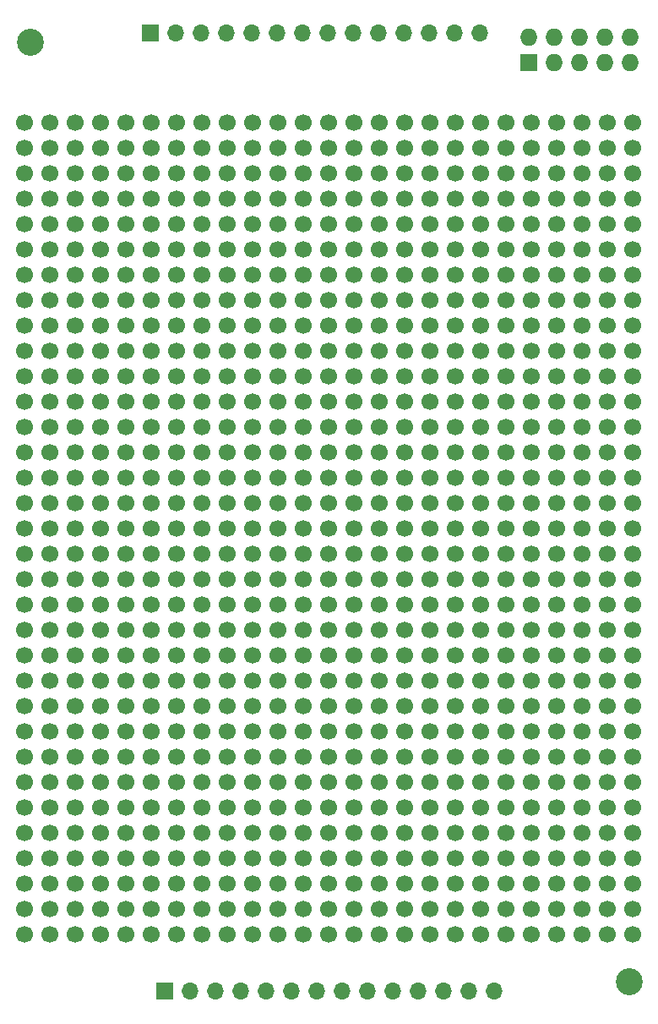
<source format=gbr>
%TF.GenerationSoftware,KiCad,Pcbnew,(6.0.8-1)-1*%
%TF.CreationDate,2023-02-02T10:16:17-05:00*%
%TF.ProjectId,protopcb,70726f74-6f70-4636-922e-6b696361645f,rev?*%
%TF.SameCoordinates,Original*%
%TF.FileFunction,Soldermask,Bot*%
%TF.FilePolarity,Negative*%
%FSLAX46Y46*%
G04 Gerber Fmt 4.6, Leading zero omitted, Abs format (unit mm)*
G04 Created by KiCad (PCBNEW (6.0.8-1)-1) date 2023-02-02 10:16:17*
%MOMM*%
%LPD*%
G01*
G04 APERTURE LIST*
%ADD10R,1.700000X1.700000*%
%ADD11O,1.700000X1.700000*%
%ADD12C,1.700000*%
%ADD13O,1.727200X1.727200*%
%ADD14R,1.727200X1.727200*%
%ADD15C,2.700000*%
G04 APERTURE END LIST*
D10*
%TO.C,REF\u002A\u002A*%
X48500000Y-128975000D03*
D11*
X51040000Y-128975000D03*
X53580000Y-128975000D03*
X56120000Y-128975000D03*
X58660000Y-128975000D03*
X61200000Y-128975000D03*
X63740000Y-128975000D03*
X66280000Y-128975000D03*
X68820000Y-128975000D03*
X71360000Y-128975000D03*
X73900000Y-128975000D03*
X76440000Y-128975000D03*
X78980000Y-128975000D03*
X81520000Y-128975000D03*
%TD*%
D10*
%TO.C,REF\u002A\u002A*%
X47000000Y-33000000D03*
D11*
X49540000Y-33000000D03*
X52080000Y-33000000D03*
X54620000Y-33000000D03*
X57160000Y-33000000D03*
X59700000Y-33000000D03*
X62240000Y-33000000D03*
X64780000Y-33000000D03*
X67320000Y-33000000D03*
X69860000Y-33000000D03*
X72400000Y-33000000D03*
X74940000Y-33000000D03*
X77480000Y-33000000D03*
X80020000Y-33000000D03*
%TD*%
D12*
%TO.C,REF\u002A\u002A566*%
X87720000Y-77590000D03*
%TD*%
%TO.C,REF\u002A\u002A624*%
X72480000Y-97910000D03*
%TD*%
%TO.C,REF\u002A\u002A112*%
X47080000Y-49650000D03*
%TD*%
%TO.C,REF\u002A\u002A374*%
X67400000Y-54730000D03*
%TD*%
%TO.C,REF\u002A\u002A813*%
X39460000Y-54730000D03*
%TD*%
%TO.C,REF\u002A\u002A94*%
X62320000Y-42030000D03*
%TD*%
%TO.C,REF\u002A\u002A586*%
X77560000Y-85210000D03*
%TD*%
%TO.C,REF\u002A\u002A603*%
X80100000Y-90290000D03*
%TD*%
%TO.C,REF\u002A\u002A597*%
X85180000Y-87750000D03*
%TD*%
%TO.C,REF\u002A\u002A54*%
X42000000Y-105530000D03*
%TD*%
%TO.C,REF\u002A\u002A404*%
X67400000Y-92830000D03*
%TD*%
%TO.C,REF\u002A\u002A874*%
X36920000Y-105530000D03*
%TD*%
%TO.C,REF\u002A\u002A247*%
X64860000Y-90290000D03*
%TD*%
%TO.C,REF\u002A\u002A470*%
X87720000Y-47110000D03*
%TD*%
%TO.C,REF\u002A\u002A348*%
X57240000Y-123310000D03*
%TD*%
%TO.C,REF\u002A\u002A393*%
X69940000Y-77590000D03*
%TD*%
%TO.C,REF\u002A\u002A479*%
X90260000Y-49650000D03*
%TD*%
%TO.C,REF\u002A\u002A129*%
X49620000Y-54730000D03*
%TD*%
%TO.C,REF\u002A\u002A692*%
X82640000Y-118230000D03*
%TD*%
%TO.C,REF\u002A\u002A7*%
X44540000Y-44570000D03*
%TD*%
%TO.C,REF\u002A\u002A852*%
X39460000Y-87750000D03*
%TD*%
%TO.C,REF\u002A\u002A755*%
X95340000Y-80130000D03*
%TD*%
%TO.C,REF\u002A\u002A290*%
X52160000Y-105530000D03*
%TD*%
%TO.C,REF\u002A\u002A221*%
X59780000Y-82670000D03*
%TD*%
%TO.C,REF\u002A\u002A340*%
X57240000Y-120770000D03*
%TD*%
%TO.C,REF\u002A\u002A22*%
X42000000Y-64890000D03*
%TD*%
%TO.C,REF\u002A\u002A146*%
X52160000Y-59810000D03*
%TD*%
%TO.C,REF\u002A\u002A103*%
X64860000Y-44570000D03*
%TD*%
%TO.C,REF\u002A\u002A256*%
X47080000Y-95370000D03*
%TD*%
%TO.C,REF\u002A\u002A872*%
X34380000Y-102990000D03*
%TD*%
%TO.C,REF\u002A\u002A672*%
X72480000Y-113150000D03*
%TD*%
%TO.C,REF\u002A\u002A826*%
X36920000Y-64890000D03*
%TD*%
%TO.C,REF\u002A\u002A625*%
X75020000Y-97910000D03*
%TD*%
%TO.C,REF\u002A\u002A600*%
X72480000Y-90290000D03*
%TD*%
%TO.C,REF\u002A\u002A843*%
X39460000Y-80130000D03*
%TD*%
%TO.C,REF\u002A\u002A132*%
X57240000Y-54730000D03*
%TD*%
%TO.C,REF\u002A\u002A151*%
X64860000Y-59810000D03*
%TD*%
%TO.C,REF\u002A\u002A664*%
X72480000Y-110610000D03*
%TD*%
%TO.C,REF\u002A\u002A724*%
X92800000Y-42030000D03*
%TD*%
%TO.C,REF\u002A\u002A840*%
X39460000Y-77590000D03*
%TD*%
%TO.C,REF\u002A\u002A613*%
X85180000Y-92830000D03*
%TD*%
%TO.C,REF\u002A\u002A815*%
X34380000Y-54730000D03*
%TD*%
%TO.C,REF\u002A\u002A427*%
X69940000Y-120770000D03*
%TD*%
%TO.C,REF\u002A\u002A499*%
X80100000Y-57270000D03*
%TD*%
%TO.C,REF\u002A\u002A253*%
X59780000Y-92830000D03*
%TD*%
%TO.C,REF\u002A\u002A315*%
X54700000Y-113150000D03*
%TD*%
%TO.C,REF\u002A\u002A509*%
X85180000Y-59810000D03*
%TD*%
%TO.C,REF\u002A\u002A810*%
X39460000Y-52190000D03*
%TD*%
%TO.C,REF\u002A\u002A91*%
X54700000Y-42030000D03*
%TD*%
%TO.C,REF\u002A\u002A809*%
X34380000Y-49650000D03*
%TD*%
%TO.C,REF\u002A\u002A156*%
X57240000Y-62350000D03*
%TD*%
%TO.C,REF\u002A\u002A35*%
X44540000Y-80130000D03*
%TD*%
%TO.C,REF\u002A\u002A730*%
X92800000Y-49650000D03*
%TD*%
%TO.C,REF\u002A\u002A514*%
X77560000Y-62350000D03*
%TD*%
%TO.C,REF\u002A\u002A411*%
X69940000Y-100450000D03*
%TD*%
%TO.C,REF\u002A\u002A49*%
X44540000Y-97910000D03*
%TD*%
%TO.C,REF\u002A\u002A425*%
X69940000Y-118230000D03*
%TD*%
%TO.C,REF\u002A\u002A473*%
X75020000Y-49650000D03*
%TD*%
%TO.C,REF\u002A\u002A847*%
X36920000Y-82670000D03*
%TD*%
%TO.C,REF\u002A\u002A650*%
X77560000Y-105530000D03*
%TD*%
%TO.C,REF\u002A\u002A131*%
X54700000Y-54730000D03*
%TD*%
%TO.C,REF\u002A\u002A124*%
X57240000Y-52190000D03*
%TD*%
%TO.C,REF\u002A\u002A846*%
X39460000Y-82670000D03*
%TD*%
%TO.C,REF\u002A\u002A816*%
X39460000Y-57270000D03*
%TD*%
%TO.C,REF\u002A\u002A832*%
X36920000Y-69970000D03*
%TD*%
%TO.C,REF\u002A\u002A656*%
X72480000Y-108070000D03*
%TD*%
%TO.C,REF\u002A\u002A5*%
X44540000Y-42030000D03*
%TD*%
%TO.C,REF\u002A\u002A576*%
X72480000Y-82670000D03*
%TD*%
%TO.C,REF\u002A\u002A341*%
X59780000Y-120770000D03*
%TD*%
%TO.C,REF\u002A\u002A136*%
X47080000Y-57270000D03*
%TD*%
%TO.C,REF\u002A\u002A488*%
X72480000Y-54730000D03*
%TD*%
%TO.C,REF\u002A\u002A119*%
X64860000Y-49650000D03*
%TD*%
%TO.C,REF\u002A\u002A465*%
X75020000Y-47110000D03*
%TD*%
%TO.C,REF\u002A\u002A396*%
X67400000Y-82670000D03*
%TD*%
%TO.C,REF\u002A\u002A116*%
X57240000Y-49650000D03*
%TD*%
%TO.C,REF\u002A\u002A334*%
X62320000Y-118230000D03*
%TD*%
%TO.C,REF\u002A\u002A263*%
X64860000Y-95370000D03*
%TD*%
%TO.C,REF\u002A\u002A240*%
X47080000Y-90290000D03*
%TD*%
%TO.C,REF\u002A\u002A674*%
X77560000Y-113150000D03*
%TD*%
%TO.C,REF\u002A\u002A428*%
X67400000Y-123310000D03*
%TD*%
%TO.C,REF\u002A\u002A323*%
X54700000Y-115690000D03*
%TD*%
%TO.C,REF\u002A\u002A410*%
X67400000Y-100450000D03*
%TD*%
%TO.C,REF\u002A\u002A571*%
X80100000Y-80130000D03*
%TD*%
%TO.C,REF\u002A\u002A43*%
X44540000Y-90290000D03*
%TD*%
%TO.C,REF\u002A\u002A420*%
X67400000Y-113150000D03*
%TD*%
%TO.C,REF\u002A\u002A610*%
X77560000Y-92830000D03*
%TD*%
%TO.C,REF\u002A\u002A58*%
X42000000Y-110610000D03*
%TD*%
%TO.C,REF\u002A\u002A314*%
X52160000Y-113150000D03*
%TD*%
%TO.C,REF\u002A\u002A825*%
X39460000Y-64890000D03*
%TD*%
%TO.C,REF\u002A\u002A351*%
X64860000Y-123310000D03*
%TD*%
%TO.C,REF\u002A\u002A848*%
X34380000Y-82670000D03*
%TD*%
%TO.C,REF\u002A\u002A342*%
X62320000Y-120770000D03*
%TD*%
%TO.C,REF\u002A\u002A38*%
X42000000Y-85210000D03*
%TD*%
%TO.C,REF\u002A\u002A413*%
X69940000Y-102990000D03*
%TD*%
%TO.C,REF\u002A\u002A701*%
X85180000Y-120770000D03*
%TD*%
%TO.C,REF\u002A\u002A828*%
X39460000Y-67430000D03*
%TD*%
%TO.C,REF\u002A\u002A37*%
X44540000Y-82670000D03*
%TD*%
%TO.C,REF\u002A\u002A423*%
X69940000Y-115690000D03*
%TD*%
%TO.C,REF\u002A\u002A655*%
X90260000Y-105530000D03*
%TD*%
%TO.C,REF\u002A\u002A333*%
X59780000Y-118230000D03*
%TD*%
%TO.C,REF\u002A\u002A881*%
X34380000Y-110610000D03*
%TD*%
%TO.C,REF\u002A\u002A254*%
X62320000Y-92830000D03*
%TD*%
%TO.C,REF\u002A\u002A618*%
X77560000Y-95370000D03*
%TD*%
%TO.C,REF\u002A\u002A642*%
X77560000Y-102990000D03*
%TD*%
%TO.C,REF\u002A\u002A99*%
X54700000Y-44570000D03*
%TD*%
%TO.C,REF\u002A\u002A760*%
X92800000Y-87750000D03*
%TD*%
%TO.C,REF\u002A\u002A400*%
X67400000Y-87750000D03*
%TD*%
%TO.C,REF\u002A\u002A65*%
X44540000Y-118230000D03*
%TD*%
%TO.C,REF\u002A\u002A658*%
X77560000Y-108070000D03*
%TD*%
%TO.C,REF\u002A\u002A740*%
X92800000Y-62350000D03*
%TD*%
%TO.C,REF\u002A\u002A369*%
X69940000Y-47110000D03*
%TD*%
%TO.C,REF\u002A\u002A648*%
X72480000Y-105530000D03*
%TD*%
%TO.C,REF\u002A\u002A882*%
X39460000Y-113150000D03*
%TD*%
%TO.C,REF\u002A\u002A827*%
X34380000Y-64890000D03*
%TD*%
%TO.C,REF\u002A\u002A311*%
X64860000Y-110610000D03*
%TD*%
%TO.C,REF\u002A\u002A391*%
X69940000Y-75050000D03*
%TD*%
%TO.C,REF\u002A\u002A398*%
X67400000Y-85210000D03*
%TD*%
%TO.C,REF\u002A\u002A335*%
X64860000Y-118230000D03*
%TD*%
%TO.C,REF\u002A\u002A876*%
X39460000Y-108070000D03*
%TD*%
%TO.C,REF\u002A\u002A679*%
X90260000Y-113150000D03*
%TD*%
%TO.C,REF\u002A\u002A246*%
X62320000Y-90290000D03*
%TD*%
%TO.C,REF\u002A\u002A612*%
X82640000Y-92830000D03*
%TD*%
%TO.C,REF\u002A\u002A274*%
X52160000Y-100450000D03*
%TD*%
%TO.C,REF\u002A\u002A764*%
X92800000Y-92830000D03*
%TD*%
%TO.C,REF\u002A\u002A261*%
X59780000Y-95370000D03*
%TD*%
%TO.C,REF\u002A\u002A812*%
X34380000Y-52190000D03*
%TD*%
%TO.C,REF\u002A\u002A457*%
X75020000Y-44570000D03*
%TD*%
%TO.C,REF\u002A\u002A276*%
X57240000Y-100450000D03*
%TD*%
%TO.C,REF\u002A\u002A330*%
X52160000Y-118230000D03*
%TD*%
%TO.C,REF\u002A\u002A46*%
X42000000Y-95370000D03*
%TD*%
%TO.C,REF\u002A\u002A676*%
X82640000Y-113150000D03*
%TD*%
%TO.C,REF\u002A\u002A223*%
X64860000Y-82670000D03*
%TD*%
%TO.C,REF\u002A\u002A546*%
X77560000Y-72510000D03*
%TD*%
%TO.C,REF\u002A\u002A781*%
X95340000Y-113150000D03*
%TD*%
%TO.C,REF\u002A\u002A111*%
X64860000Y-47110000D03*
%TD*%
%TO.C,REF\u002A\u002A468*%
X82640000Y-47110000D03*
%TD*%
%TO.C,REF\u002A\u002A388*%
X67400000Y-72510000D03*
%TD*%
%TO.C,REF\u002A\u002A628*%
X82640000Y-97910000D03*
%TD*%
%TO.C,REF\u002A\u002A225*%
X49620000Y-85210000D03*
%TD*%
%TO.C,REF\u002A\u002A634*%
X77560000Y-100450000D03*
%TD*%
%TO.C,REF\u002A\u002A380*%
X67400000Y-62350000D03*
%TD*%
%TO.C,REF\u002A\u002A209*%
X49620000Y-80130000D03*
%TD*%
%TO.C,REF\u002A\u002A523*%
X80100000Y-64890000D03*
%TD*%
%TO.C,REF\u002A\u002A532*%
X82640000Y-67430000D03*
%TD*%
%TO.C,REF\u002A\u002A638*%
X87720000Y-100450000D03*
%TD*%
%TO.C,REF\u002A\u002A619*%
X80100000Y-95370000D03*
%TD*%
%TO.C,REF\u002A\u002A419*%
X69940000Y-110610000D03*
%TD*%
%TO.C,REF\u002A\u002A892*%
X36920000Y-120770000D03*
%TD*%
%TO.C,REF\u002A\u002A33*%
X44540000Y-77590000D03*
%TD*%
%TO.C,REF\u002A\u002A841*%
X36920000Y-77590000D03*
%TD*%
%TO.C,REF\u002A\u002A224*%
X47080000Y-85210000D03*
%TD*%
%TO.C,REF\u002A\u002A205*%
X59780000Y-77590000D03*
%TD*%
%TO.C,REF\u002A\u002A459*%
X80100000Y-44570000D03*
%TD*%
%TO.C,REF\u002A\u002A787*%
X95340000Y-120770000D03*
%TD*%
%TO.C,REF\u002A\u002A252*%
X57240000Y-92830000D03*
%TD*%
%TO.C,REF\u002A\u002A170*%
X52160000Y-67430000D03*
%TD*%
%TO.C,REF\u002A\u002A220*%
X57240000Y-82670000D03*
%TD*%
%TO.C,REF\u002A\u002A498*%
X77560000Y-57270000D03*
%TD*%
%TO.C,REF\u002A\u002A703*%
X90260000Y-120770000D03*
%TD*%
%TO.C,REF\u002A\u002A390*%
X67400000Y-75050000D03*
%TD*%
%TO.C,REF\u002A\u002A14*%
X42000000Y-54730000D03*
%TD*%
%TO.C,REF\u002A\u002A896*%
X34380000Y-123310000D03*
%TD*%
%TO.C,REF\u002A\u002A822*%
X39460000Y-62350000D03*
%TD*%
%TO.C,REF\u002A\u002A867*%
X39460000Y-100450000D03*
%TD*%
%TO.C,REF\u002A\u002A161*%
X49620000Y-64890000D03*
%TD*%
%TO.C,REF\u002A\u002A394*%
X67400000Y-80130000D03*
%TD*%
%TO.C,REF\u002A\u002A200*%
X47080000Y-77590000D03*
%TD*%
%TO.C,REF\u002A\u002A553*%
X75020000Y-75050000D03*
%TD*%
%TO.C,REF\u002A\u002A134*%
X62320000Y-54730000D03*
%TD*%
%TO.C,REF\u002A\u002A347*%
X54700000Y-123310000D03*
%TD*%
%TO.C,REF\u002A\u002A639*%
X90260000Y-100450000D03*
%TD*%
%TO.C,REF\u002A\u002A40*%
X42000000Y-87750000D03*
%TD*%
%TO.C,REF\u002A\u002A680*%
X72480000Y-115690000D03*
%TD*%
%TO.C,REF\u002A\u002A120*%
X47080000Y-52190000D03*
%TD*%
%TO.C,REF\u002A\u002A549*%
X85180000Y-72510000D03*
%TD*%
%TO.C,REF\u002A\u002A168*%
X47080000Y-67430000D03*
%TD*%
%TO.C,REF\u002A\u002A766*%
X92800000Y-95370000D03*
%TD*%
%TO.C,REF\u002A\u002A115*%
X54700000Y-49650000D03*
%TD*%
%TO.C,REF\u002A\u002A267*%
X54700000Y-97910000D03*
%TD*%
%TO.C,REF\u002A\u002A551*%
X90260000Y-72510000D03*
%TD*%
%TO.C,REF\u002A\u002A346*%
X52160000Y-123310000D03*
%TD*%
%TO.C,REF\u002A\u002A749*%
X95340000Y-72510000D03*
%TD*%
%TO.C,REF\u002A\u002A875*%
X34380000Y-105530000D03*
%TD*%
%TO.C,REF\u002A\u002A367*%
X69940000Y-44570000D03*
%TD*%
%TO.C,REF\u002A\u002A871*%
X36920000Y-102990000D03*
%TD*%
%TO.C,REF\u002A\u002A693*%
X85180000Y-118230000D03*
%TD*%
%TO.C,REF\u002A\u002A371*%
X69940000Y-49650000D03*
%TD*%
%TO.C,REF\u002A\u002A56*%
X42000000Y-108070000D03*
%TD*%
%TO.C,REF\u002A\u002A880*%
X36920000Y-110610000D03*
%TD*%
%TO.C,REF\u002A\u002A42*%
X42000000Y-90290000D03*
%TD*%
%TO.C,REF\u002A\u002A109*%
X59780000Y-47110000D03*
%TD*%
%TO.C,REF\u002A\u002A660*%
X82640000Y-108070000D03*
%TD*%
%TO.C,REF\u002A\u002A458*%
X77560000Y-44570000D03*
%TD*%
%TO.C,REF\u002A\u002A684*%
X82640000Y-115690000D03*
%TD*%
%TO.C,REF\u002A\u002A862*%
X36920000Y-95370000D03*
%TD*%
%TO.C,REF\u002A\u002A890*%
X34380000Y-118230000D03*
%TD*%
%TO.C,REF\u002A\u002A678*%
X87720000Y-113150000D03*
%TD*%
%TO.C,REF\u002A\u002A281*%
X49620000Y-102990000D03*
%TD*%
%TO.C,REF\u002A\u002A97*%
X49620000Y-44570000D03*
%TD*%
%TO.C,REF\u002A\u002A166*%
X62320000Y-64890000D03*
%TD*%
%TO.C,REF\u002A\u002A255*%
X64860000Y-92830000D03*
%TD*%
%TO.C,REF\u002A\u002A682*%
X77560000Y-115690000D03*
%TD*%
%TO.C,REF\u002A\u002A102*%
X62320000Y-44570000D03*
%TD*%
%TO.C,REF\u002A\u002A697*%
X75020000Y-120770000D03*
%TD*%
%TO.C,REF\u002A\u002A598*%
X87720000Y-87750000D03*
%TD*%
%TO.C,REF\u002A\u002A744*%
X92800000Y-67430000D03*
%TD*%
%TO.C,REF\u002A\u002A536*%
X72480000Y-69970000D03*
%TD*%
%TO.C,REF\u002A\u002A67*%
X44540000Y-120770000D03*
%TD*%
%TO.C,REF\u002A\u002A510*%
X87720000Y-59810000D03*
%TD*%
%TO.C,REF\u002A\u002A685*%
X85180000Y-115690000D03*
%TD*%
%TO.C,REF\u002A\u002A574*%
X87720000Y-80130000D03*
%TD*%
%TO.C,REF\u002A\u002A630*%
X87720000Y-97910000D03*
%TD*%
%TO.C,REF\u002A\u002A506*%
X77560000Y-59810000D03*
%TD*%
%TO.C,REF\u002A\u002A6*%
X42000000Y-44570000D03*
%TD*%
%TO.C,REF\u002A\u002A609*%
X75020000Y-92830000D03*
%TD*%
%TO.C,REF\u002A\u002A55*%
X44540000Y-105530000D03*
%TD*%
%TO.C,REF\u002A\u002A30*%
X42000000Y-75050000D03*
%TD*%
%TO.C,REF\u002A\u002A519*%
X90260000Y-62350000D03*
%TD*%
%TO.C,REF\u002A\u002A421*%
X69940000Y-113150000D03*
%TD*%
%TO.C,REF\u002A\u002A654*%
X87720000Y-105530000D03*
%TD*%
%TO.C,REF\u002A\u002A741*%
X95340000Y-62350000D03*
%TD*%
%TO.C,REF\u002A\u002A853*%
X36920000Y-87750000D03*
%TD*%
%TO.C,REF\u002A\u002A505*%
X75020000Y-59810000D03*
%TD*%
%TO.C,REF\u002A\u002A125*%
X59780000Y-52190000D03*
%TD*%
%TO.C,REF\u002A\u002A196*%
X57240000Y-75050000D03*
%TD*%
%TO.C,REF\u002A\u002A725*%
X95340000Y-42030000D03*
%TD*%
%TO.C,REF\u002A\u002A302*%
X62320000Y-108070000D03*
%TD*%
%TO.C,REF\u002A\u002A746*%
X92800000Y-69970000D03*
%TD*%
%TO.C,REF\u002A\u002A583*%
X90260000Y-82670000D03*
%TD*%
%TO.C,REF\u002A\u002A326*%
X62320000Y-115690000D03*
%TD*%
%TO.C,REF\u002A\u002A26*%
X42000000Y-69970000D03*
%TD*%
%TO.C,REF\u002A\u002A268*%
X57240000Y-97910000D03*
%TD*%
%TO.C,REF\u002A\u002A833*%
X34380000Y-69970000D03*
%TD*%
%TO.C,REF\u002A\u002A188*%
X57240000Y-72510000D03*
%TD*%
%TO.C,REF\u002A\u002A635*%
X80100000Y-100450000D03*
%TD*%
%TO.C,REF\u002A\u002A561*%
X75020000Y-77590000D03*
%TD*%
%TO.C,REF\u002A\u002A295*%
X64860000Y-105530000D03*
%TD*%
%TO.C,REF\u002A\u002A585*%
X75020000Y-85210000D03*
%TD*%
%TO.C,REF\u002A\u002A325*%
X59780000Y-115690000D03*
%TD*%
%TO.C,REF\u002A\u002A29*%
X44540000Y-72510000D03*
%TD*%
%TO.C,REF\u002A\u002A318*%
X62320000Y-113150000D03*
%TD*%
%TO.C,REF\u002A\u002A462*%
X87720000Y-44570000D03*
%TD*%
%TO.C,REF\u002A\u002A469*%
X85180000Y-47110000D03*
%TD*%
%TO.C,REF\u002A\u002A607*%
X90260000Y-90290000D03*
%TD*%
%TO.C,REF\u002A\u002A736*%
X92800000Y-57270000D03*
%TD*%
%TO.C,REF\u002A\u002A768*%
X92800000Y-97910000D03*
%TD*%
%TO.C,REF\u002A\u002A381*%
X69940000Y-62350000D03*
%TD*%
%TO.C,REF\u002A\u002A272*%
X47080000Y-100450000D03*
%TD*%
%TO.C,REF\u002A\u002A802*%
X36920000Y-44570000D03*
%TD*%
%TO.C,REF\u002A\u002A244*%
X57240000Y-90290000D03*
%TD*%
%TO.C,REF\u002A\u002A548*%
X82640000Y-72510000D03*
%TD*%
%TO.C,REF\u002A\u002A128*%
X47080000Y-54730000D03*
%TD*%
%TO.C,REF\u002A\u002A704*%
X72480000Y-123310000D03*
%TD*%
%TO.C,REF\u002A\u002A799*%
X36920000Y-42030000D03*
%TD*%
%TO.C,REF\u002A\u002A555*%
X80100000Y-75050000D03*
%TD*%
%TO.C,REF\u002A\u002A13*%
X44540000Y-52190000D03*
%TD*%
%TO.C,REF\u002A\u002A854*%
X34380000Y-87750000D03*
%TD*%
%TO.C,REF\u002A\u002A491*%
X80100000Y-54730000D03*
%TD*%
%TO.C,REF\u002A\u002A858*%
X39460000Y-92830000D03*
%TD*%
%TO.C,REF\u002A\u002A241*%
X49620000Y-90290000D03*
%TD*%
%TO.C,REF\u002A\u002A429*%
X69940000Y-123310000D03*
%TD*%
%TO.C,REF\u002A\u002A888*%
X39460000Y-118230000D03*
%TD*%
%TO.C,REF\u002A\u002A729*%
X95340000Y-47110000D03*
%TD*%
%TO.C,REF\u002A\u002A485*%
X85180000Y-52190000D03*
%TD*%
%TO.C,REF\u002A\u002A686*%
X87720000Y-115690000D03*
%TD*%
%TO.C,REF\u002A\u002A580*%
X82640000Y-82670000D03*
%TD*%
%TO.C,REF\u002A\u002A155*%
X54700000Y-62350000D03*
%TD*%
%TO.C,REF\u002A\u002A93*%
X59780000Y-42030000D03*
%TD*%
%TO.C,REF\u002A\u002A370*%
X67400000Y-49650000D03*
%TD*%
%TO.C,REF\u002A\u002A216*%
X47080000Y-82670000D03*
%TD*%
%TO.C,REF\u002A\u002A157*%
X59780000Y-62350000D03*
%TD*%
%TO.C,REF\u002A\u002A483*%
X80100000Y-52190000D03*
%TD*%
%TO.C,REF\u002A\u002A554*%
X77560000Y-75050000D03*
%TD*%
%TO.C,REF\u002A\u002A868*%
X36920000Y-100450000D03*
%TD*%
%TO.C,REF\u002A\u002A804*%
X39460000Y-47110000D03*
%TD*%
%TO.C,REF\u002A\u002A577*%
X75020000Y-82670000D03*
%TD*%
%TO.C,REF\u002A\u002A160*%
X47080000Y-64890000D03*
%TD*%
%TO.C,REF\u002A\u002A198*%
X62320000Y-75050000D03*
%TD*%
%TO.C,REF\u002A\u002A817*%
X36920000Y-57270000D03*
%TD*%
%TO.C,REF\u002A\u002A517*%
X85180000Y-62350000D03*
%TD*%
%TO.C,REF\u002A\u002A777*%
X95340000Y-108070000D03*
%TD*%
%TO.C,REF\u002A\u002A312*%
X47080000Y-113150000D03*
%TD*%
%TO.C,REF\u002A\u002A284*%
X57240000Y-102990000D03*
%TD*%
%TO.C,REF\u002A\u002A530*%
X77560000Y-67430000D03*
%TD*%
%TO.C,REF\u002A\u002A415*%
X69940000Y-105530000D03*
%TD*%
%TO.C,REF\u002A\u002A387*%
X69940000Y-69970000D03*
%TD*%
%TO.C,REF\u002A\u002A838*%
X36920000Y-75050000D03*
%TD*%
%TO.C,REF\u002A\u002A886*%
X36920000Y-115690000D03*
%TD*%
%TO.C,REF\u002A\u002A837*%
X39460000Y-75050000D03*
%TD*%
%TO.C,REF\u002A\u002A206*%
X62320000Y-77590000D03*
%TD*%
%TO.C,REF\u002A\u002A885*%
X39460000Y-115690000D03*
%TD*%
%TO.C,REF\u002A\u002A266*%
X52160000Y-97910000D03*
%TD*%
%TO.C,REF\u002A\u002A599*%
X90260000Y-87750000D03*
%TD*%
%TO.C,REF\u002A\u002A175*%
X64860000Y-67430000D03*
%TD*%
%TO.C,REF\u002A\u002A452*%
X82640000Y-42030000D03*
%TD*%
%TO.C,REF\u002A\u002A234*%
X52160000Y-87750000D03*
%TD*%
%TO.C,REF\u002A\u002A891*%
X39460000Y-120770000D03*
%TD*%
%TO.C,REF\u002A\u002A264*%
X47080000Y-97910000D03*
%TD*%
%TO.C,REF\u002A\u002A343*%
X64860000Y-120770000D03*
%TD*%
%TO.C,REF\u002A\u002A319*%
X64860000Y-113150000D03*
%TD*%
%TO.C,REF\u002A\u002A617*%
X75020000Y-95370000D03*
%TD*%
%TO.C,REF\u002A\u002A727*%
X95340000Y-44570000D03*
%TD*%
%TO.C,REF\u002A\u002A537*%
X75020000Y-69970000D03*
%TD*%
%TO.C,REF\u002A\u002A194*%
X52160000Y-75050000D03*
%TD*%
%TO.C,REF\u002A\u002A227*%
X54700000Y-85210000D03*
%TD*%
%TO.C,REF\u002A\u002A60*%
X42000000Y-113150000D03*
%TD*%
%TO.C,REF\u002A\u002A556*%
X82640000Y-75050000D03*
%TD*%
%TO.C,REF\u002A\u002A830*%
X34380000Y-67430000D03*
%TD*%
%TO.C,REF\u002A\u002A500*%
X82640000Y-57270000D03*
%TD*%
%TO.C,REF\u002A\u002A104*%
X47080000Y-47110000D03*
%TD*%
%TO.C,REF\u002A\u002A218*%
X52160000Y-82670000D03*
%TD*%
%TO.C,REF\u002A\u002A277*%
X59780000Y-100450000D03*
%TD*%
%TO.C,REF\u002A\u002A544*%
X72480000Y-72510000D03*
%TD*%
%TO.C,REF\u002A\u002A212*%
X57240000Y-80130000D03*
%TD*%
%TO.C,REF\u002A\u002A582*%
X87720000Y-82670000D03*
%TD*%
%TO.C,REF\u002A\u002A751*%
X95340000Y-75050000D03*
%TD*%
%TO.C,REF\u002A\u002A328*%
X47080000Y-118230000D03*
%TD*%
%TO.C,REF\u002A\u002A219*%
X54700000Y-82670000D03*
%TD*%
%TO.C,REF\u002A\u002A851*%
X34380000Y-85210000D03*
%TD*%
%TO.C,REF\u002A\u002A659*%
X80100000Y-108070000D03*
%TD*%
%TO.C,REF\u002A\u002A350*%
X62320000Y-123310000D03*
%TD*%
%TO.C,REF\u002A\u002A53*%
X44540000Y-102990000D03*
%TD*%
%TO.C,REF\u002A\u002A187*%
X54700000Y-72510000D03*
%TD*%
%TO.C,REF\u002A\u002A895*%
X36920000Y-123310000D03*
%TD*%
%TO.C,REF\u002A\u002A385*%
X69940000Y-67430000D03*
%TD*%
%TO.C,REF\u002A\u002A453*%
X85180000Y-42030000D03*
%TD*%
%TO.C,REF\u002A\u002A451*%
X80100000Y-42030000D03*
%TD*%
%TO.C,REF\u002A\u002A294*%
X62320000Y-105530000D03*
%TD*%
%TO.C,REF\u002A\u002A771*%
X95340000Y-100450000D03*
%TD*%
%TO.C,REF\u002A\u002A521*%
X75020000Y-64890000D03*
%TD*%
%TO.C,REF\u002A\u002A167*%
X64860000Y-64890000D03*
%TD*%
%TO.C,REF\u002A\u002A231*%
X64860000Y-85210000D03*
%TD*%
%TO.C,REF\u002A\u002A183*%
X64860000Y-69970000D03*
%TD*%
%TO.C,REF\u002A\u002A745*%
X95340000Y-67430000D03*
%TD*%
%TO.C,REF\u002A\u002A8*%
X42000000Y-47110000D03*
%TD*%
%TO.C,REF\u002A\u002A735*%
X95340000Y-54730000D03*
%TD*%
%TO.C,REF\u002A\u002A563*%
X80100000Y-77590000D03*
%TD*%
%TO.C,REF\u002A\u002A16*%
X42000000Y-57270000D03*
%TD*%
%TO.C,REF\u002A\u002A233*%
X49620000Y-87750000D03*
%TD*%
%TO.C,REF\u002A\u002A154*%
X52160000Y-62350000D03*
%TD*%
%TO.C,REF\u002A\u002A770*%
X92800000Y-100450000D03*
%TD*%
%TO.C,REF\u002A\u002A191*%
X64860000Y-72510000D03*
%TD*%
%TO.C,REF\u002A\u002A63*%
X44540000Y-115690000D03*
%TD*%
%TO.C,REF\u002A\u002A180*%
X57240000Y-69970000D03*
%TD*%
%TO.C,REF\u002A\u002A785*%
X95340000Y-118230000D03*
%TD*%
%TO.C,REF\u002A\u002A322*%
X52160000Y-115690000D03*
%TD*%
%TO.C,REF\u002A\u002A207*%
X64860000Y-77590000D03*
%TD*%
%TO.C,REF\u002A\u002A249*%
X49620000Y-92830000D03*
%TD*%
%TO.C,REF\u002A\u002A653*%
X85180000Y-105530000D03*
%TD*%
%TO.C,REF\u002A\u002A461*%
X85180000Y-44570000D03*
%TD*%
%TO.C,REF\u002A\u002A285*%
X59780000Y-102990000D03*
%TD*%
%TO.C,REF\u002A\u002A384*%
X67400000Y-67430000D03*
%TD*%
%TO.C,REF\u002A\u002A695*%
X90260000Y-118230000D03*
%TD*%
%TO.C,REF\u002A\u002A307*%
X54700000Y-110610000D03*
%TD*%
%TO.C,REF\u002A\u002A731*%
X95340000Y-49650000D03*
%TD*%
%TO.C,REF\u002A\u002A36*%
X42000000Y-82670000D03*
%TD*%
%TO.C,REF\u002A\u002A303*%
X64860000Y-108070000D03*
%TD*%
%TO.C,REF\u002A\u002A50*%
X42000000Y-100450000D03*
%TD*%
%TO.C,REF\u002A\u002A575*%
X90260000Y-80130000D03*
%TD*%
%TO.C,REF\u002A\u002A486*%
X87720000Y-52190000D03*
%TD*%
%TO.C,REF\u002A\u002A153*%
X49620000Y-62350000D03*
%TD*%
%TO.C,REF\u002A\u002A584*%
X72480000Y-85210000D03*
%TD*%
%TO.C,REF\u002A\u002A550*%
X87720000Y-72510000D03*
%TD*%
%TO.C,REF\u002A\u002A426*%
X67400000Y-120770000D03*
%TD*%
%TO.C,REF\u002A\u002A633*%
X75020000Y-100450000D03*
%TD*%
%TO.C,REF\u002A\u002A820*%
X36920000Y-59810000D03*
%TD*%
%TO.C,REF\u002A\u002A734*%
X92800000Y-54730000D03*
%TD*%
%TO.C,REF\u002A\u002A27*%
X44540000Y-69970000D03*
%TD*%
%TO.C,REF\u002A\u002A778*%
X92800000Y-110610000D03*
%TD*%
%TO.C,REF\u002A\u002A705*%
X75020000Y-123310000D03*
%TD*%
%TO.C,REF\u002A\u002A403*%
X69940000Y-90290000D03*
%TD*%
%TO.C,REF\u002A\u002A870*%
X39460000Y-102990000D03*
%TD*%
%TO.C,REF\u002A\u002A123*%
X54700000Y-52190000D03*
%TD*%
%TO.C,REF\u002A\u002A756*%
X92800000Y-82670000D03*
%TD*%
%TO.C,REF\u002A\u002A671*%
X90260000Y-110610000D03*
%TD*%
%TO.C,REF\u002A\u002A186*%
X52160000Y-72510000D03*
%TD*%
%TO.C,REF\u002A\u002A31*%
X44540000Y-75050000D03*
%TD*%
%TO.C,REF\u002A\u002A176*%
X47080000Y-69970000D03*
%TD*%
%TO.C,REF\u002A\u002A412*%
X67400000Y-102990000D03*
%TD*%
%TO.C,REF\u002A\u002A192*%
X47080000Y-75050000D03*
%TD*%
%TO.C,REF\u002A\u002A158*%
X62320000Y-62350000D03*
%TD*%
%TO.C,REF\u002A\u002A88*%
X47080000Y-42030000D03*
%TD*%
%TO.C,REF\u002A\u002A677*%
X85180000Y-113150000D03*
%TD*%
%TO.C,REF\u002A\u002A811*%
X36920000Y-52190000D03*
%TD*%
%TO.C,REF\u002A\u002A767*%
X95340000Y-95370000D03*
%TD*%
%TO.C,REF\u002A\u002A504*%
X72480000Y-59810000D03*
%TD*%
%TO.C,REF\u002A\u002A273*%
X49620000Y-100450000D03*
%TD*%
%TO.C,REF\u002A\u002A559*%
X90260000Y-75050000D03*
%TD*%
%TO.C,REF\u002A\u002A399*%
X69940000Y-85210000D03*
%TD*%
%TO.C,REF\u002A\u002A738*%
X92800000Y-59810000D03*
%TD*%
%TO.C,REF\u002A\u002A531*%
X80100000Y-67430000D03*
%TD*%
%TO.C,REF\u002A\u002A454*%
X87720000Y-42030000D03*
%TD*%
%TO.C,REF\u002A\u002A450*%
X77560000Y-42030000D03*
%TD*%
D13*
%TO.C,REF\u002A\u002A*%
X85000000Y-33460000D03*
D14*
X85000000Y-36000000D03*
D13*
X92620000Y-33460000D03*
X90080000Y-33460000D03*
X90080000Y-36000000D03*
X87540000Y-33460000D03*
X87540000Y-36000000D03*
X92620000Y-36000000D03*
X95160000Y-33460000D03*
X95160000Y-36000000D03*
%TD*%
D12*
%TO.C,REF\u002A\u002A742*%
X92800000Y-64890000D03*
%TD*%
%TO.C,REF\u002A\u002A573*%
X85180000Y-80130000D03*
%TD*%
%TO.C,REF\u002A\u002A710*%
X87720000Y-123310000D03*
%TD*%
%TO.C,REF\u002A\u002A265*%
X49620000Y-97910000D03*
%TD*%
%TO.C,REF\u002A\u002A694*%
X87720000Y-118230000D03*
%TD*%
%TO.C,REF\u002A\u002A48*%
X42000000Y-97910000D03*
%TD*%
%TO.C,REF\u002A\u002A392*%
X67400000Y-77590000D03*
%TD*%
%TO.C,REF\u002A\u002A344*%
X47080000Y-123310000D03*
%TD*%
%TO.C,REF\u002A\u002A670*%
X87720000Y-110610000D03*
%TD*%
%TO.C,REF\u002A\u002A464*%
X72480000Y-47110000D03*
%TD*%
%TO.C,REF\u002A\u002A19*%
X44540000Y-59810000D03*
%TD*%
%TO.C,REF\u002A\u002A856*%
X36920000Y-90290000D03*
%TD*%
%TO.C,REF\u002A\u002A747*%
X95340000Y-69970000D03*
%TD*%
%TO.C,REF\u002A\u002A707*%
X80100000Y-123310000D03*
%TD*%
%TO.C,REF\u002A\u002A289*%
X49620000Y-105530000D03*
%TD*%
%TO.C,REF\u002A\u002A587*%
X80100000Y-85210000D03*
%TD*%
%TO.C,REF\u002A\u002A560*%
X72480000Y-77590000D03*
%TD*%
%TO.C,REF\u002A\u002A487*%
X90260000Y-52190000D03*
%TD*%
%TO.C,REF\u002A\u002A492*%
X82640000Y-54730000D03*
%TD*%
%TO.C,REF\u002A\u002A588*%
X82640000Y-85210000D03*
%TD*%
%TO.C,REF\u002A\u002A143*%
X64860000Y-57270000D03*
%TD*%
%TO.C,REF\u002A\u002A786*%
X92800000Y-120770000D03*
%TD*%
%TO.C,REF\u002A\u002A339*%
X54700000Y-120770000D03*
%TD*%
%TO.C,REF\u002A\u002A502*%
X87720000Y-57270000D03*
%TD*%
%TO.C,REF\u002A\u002A310*%
X62320000Y-110610000D03*
%TD*%
%TO.C,REF\u002A\u002A414*%
X67400000Y-105530000D03*
%TD*%
%TO.C,REF\u002A\u002A405*%
X69940000Y-92830000D03*
%TD*%
%TO.C,REF\u002A\u002A159*%
X64860000Y-62350000D03*
%TD*%
%TO.C,REF\u002A\u002A126*%
X62320000Y-52190000D03*
%TD*%
%TO.C,REF\u002A\u002A623*%
X90260000Y-95370000D03*
%TD*%
%TO.C,REF\u002A\u002A331*%
X54700000Y-118230000D03*
%TD*%
%TO.C,REF\u002A\u002A539*%
X80100000Y-69970000D03*
%TD*%
%TO.C,REF\u002A\u002A174*%
X62320000Y-67430000D03*
%TD*%
%TO.C,REF\u002A\u002A691*%
X80100000Y-118230000D03*
%TD*%
%TO.C,REF\u002A\u002A782*%
X92800000Y-115690000D03*
%TD*%
%TO.C,REF\u002A\u002A608*%
X72480000Y-92830000D03*
%TD*%
%TO.C,REF\u002A\u002A673*%
X75020000Y-113150000D03*
%TD*%
%TO.C,REF\u002A\u002A95*%
X64860000Y-42030000D03*
%TD*%
%TO.C,REF\u002A\u002A524*%
X82640000Y-64890000D03*
%TD*%
%TO.C,REF\u002A\u002A309*%
X59780000Y-110610000D03*
%TD*%
%TO.C,REF\u002A\u002A377*%
X69940000Y-57270000D03*
%TD*%
%TO.C,REF\u002A\u002A189*%
X59780000Y-72510000D03*
%TD*%
%TO.C,REF\u002A\u002A100*%
X57240000Y-44570000D03*
%TD*%
%TO.C,REF\u002A\u002A96*%
X47080000Y-44570000D03*
%TD*%
%TO.C,REF\u002A\u002A316*%
X57240000Y-113150000D03*
%TD*%
%TO.C,REF\u002A\u002A474*%
X77560000Y-49650000D03*
%TD*%
%TO.C,REF\u002A\u002A89*%
X49620000Y-42030000D03*
%TD*%
%TO.C,REF\u002A\u002A150*%
X62320000Y-59810000D03*
%TD*%
%TO.C,REF\u002A\u002A463*%
X90260000Y-44570000D03*
%TD*%
%TO.C,REF\u002A\u002A591*%
X90260000Y-85210000D03*
%TD*%
%TO.C,REF\u002A\u002A640*%
X72480000Y-102990000D03*
%TD*%
%TO.C,REF\u002A\u002A821*%
X34380000Y-59810000D03*
%TD*%
%TO.C,REF\u002A\u002A228*%
X57240000Y-85210000D03*
%TD*%
%TO.C,REF\u002A\u002A814*%
X36920000Y-54730000D03*
%TD*%
%TO.C,REF\u002A\u002A141*%
X59780000Y-57270000D03*
%TD*%
%TO.C,REF\u002A\u002A836*%
X34380000Y-72510000D03*
%TD*%
%TO.C,REF\u002A\u002A395*%
X69940000Y-80130000D03*
%TD*%
%TO.C,REF\u002A\u002A482*%
X77560000Y-52190000D03*
%TD*%
%TO.C,REF\u002A\u002A460*%
X82640000Y-44570000D03*
%TD*%
%TO.C,REF\u002A\u002A477*%
X85180000Y-49650000D03*
%TD*%
%TO.C,REF\u002A\u002A863*%
X34380000Y-95370000D03*
%TD*%
%TO.C,REF\u002A\u002A572*%
X82640000Y-80130000D03*
%TD*%
%TO.C,REF\u002A\u002A41*%
X44540000Y-87750000D03*
%TD*%
%TO.C,REF\u002A\u002A239*%
X64860000Y-87750000D03*
%TD*%
%TO.C,REF\u002A\u002A61*%
X44540000Y-113150000D03*
%TD*%
%TO.C,REF\u002A\u002A698*%
X77560000Y-120770000D03*
%TD*%
%TO.C,REF\u002A\u002A507*%
X80100000Y-59810000D03*
%TD*%
%TO.C,REF\u002A\u002A818*%
X34380000Y-57270000D03*
%TD*%
%TO.C,REF\u002A\u002A366*%
X67400000Y-44570000D03*
%TD*%
%TO.C,REF\u002A\u002A229*%
X59780000Y-85210000D03*
%TD*%
%TO.C,REF\u002A\u002A552*%
X72480000Y-75050000D03*
%TD*%
%TO.C,REF\u002A\u002A127*%
X64860000Y-52190000D03*
%TD*%
%TO.C,REF\u002A\u002A64*%
X42000000Y-118230000D03*
%TD*%
%TO.C,REF\u002A\u002A497*%
X75020000Y-57270000D03*
%TD*%
%TO.C,REF\u002A\u002A257*%
X49620000Y-95370000D03*
%TD*%
%TO.C,REF\u002A\u002A137*%
X49620000Y-57270000D03*
%TD*%
%TO.C,REF\u002A\u002A235*%
X54700000Y-87750000D03*
%TD*%
%TO.C,REF\u002A\u002A675*%
X80100000Y-113150000D03*
%TD*%
%TO.C,REF\u002A\u002A152*%
X47080000Y-62350000D03*
%TD*%
%TO.C,REF\u002A\u002A140*%
X57240000Y-57270000D03*
%TD*%
%TO.C,REF\u002A\u002A320*%
X47080000Y-115690000D03*
%TD*%
%TO.C,REF\u002A\u002A547*%
X80100000Y-72510000D03*
%TD*%
%TO.C,REF\u002A\u002A784*%
X92800000Y-118230000D03*
%TD*%
%TO.C,REF\u002A\u002A271*%
X64860000Y-97910000D03*
%TD*%
%TO.C,REF\u002A\u002A242*%
X52160000Y-90290000D03*
%TD*%
%TO.C,REF\u002A\u002A508*%
X82640000Y-59810000D03*
%TD*%
%TO.C,REF\u002A\u002A142*%
X62320000Y-57270000D03*
%TD*%
%TO.C,REF\u002A\u002A857*%
X34380000Y-90290000D03*
%TD*%
%TO.C,REF\u002A\u002A893*%
X34380000Y-120770000D03*
%TD*%
%TO.C,REF\u002A\u002A338*%
X52160000Y-120770000D03*
%TD*%
%TO.C,REF\u002A\u002A515*%
X80100000Y-62350000D03*
%TD*%
%TO.C,REF\u002A\u002A280*%
X47080000Y-102990000D03*
%TD*%
%TO.C,REF\u002A\u002A10*%
X42000000Y-49650000D03*
%TD*%
%TO.C,REF\u002A\u002A293*%
X59780000Y-105530000D03*
%TD*%
%TO.C,REF\u002A\u002A248*%
X47080000Y-92830000D03*
%TD*%
%TO.C,REF\u002A\u002A368*%
X67400000Y-47110000D03*
%TD*%
%TO.C,REF\u002A\u002A819*%
X39460000Y-59810000D03*
%TD*%
%TO.C,REF\u002A\u002A569*%
X75020000Y-80130000D03*
%TD*%
%TO.C,REF\u002A\u002A179*%
X54700000Y-69970000D03*
%TD*%
%TO.C,REF\u002A\u002A324*%
X57240000Y-115690000D03*
%TD*%
%TO.C,REF\u002A\u002A114*%
X52160000Y-49650000D03*
%TD*%
%TO.C,REF\u002A\u002A327*%
X64860000Y-115690000D03*
%TD*%
%TO.C,REF\u002A\u002A757*%
X95340000Y-82670000D03*
%TD*%
%TO.C,REF\u002A\u002A297*%
X49620000Y-108070000D03*
%TD*%
%TO.C,REF\u002A\u002A107*%
X54700000Y-47110000D03*
%TD*%
%TO.C,REF\u002A\u002A298*%
X52160000Y-108070000D03*
%TD*%
%TO.C,REF\u002A\u002A529*%
X75020000Y-67430000D03*
%TD*%
%TO.C,REF\u002A\u002A578*%
X77560000Y-82670000D03*
%TD*%
%TO.C,REF\u002A\u002A169*%
X49620000Y-67430000D03*
%TD*%
%TO.C,REF\u002A\u002A21*%
X44540000Y-62350000D03*
%TD*%
%TO.C,REF\u002A\u002A108*%
X57240000Y-47110000D03*
%TD*%
%TO.C,REF\u002A\u002A105*%
X49620000Y-47110000D03*
%TD*%
%TO.C,REF\u002A\u002A283*%
X54700000Y-102990000D03*
%TD*%
%TO.C,REF\u002A\u002A172*%
X57240000Y-67430000D03*
%TD*%
D15*
%TO.C,REF\u002A\u002A*%
X35000000Y-34000000D03*
%TD*%
D12*
%TO.C,REF\u002A\u002A379*%
X69940000Y-59810000D03*
%TD*%
%TO.C,REF\u002A\u002A279*%
X64860000Y-100450000D03*
%TD*%
%TO.C,REF\u002A\u002A47*%
X44540000Y-95370000D03*
%TD*%
%TO.C,REF\u002A\u002A752*%
X92800000Y-77590000D03*
%TD*%
%TO.C,REF\u002A\u002A495*%
X90260000Y-54730000D03*
%TD*%
%TO.C,REF\u002A\u002A602*%
X77560000Y-90290000D03*
%TD*%
%TO.C,REF\u002A\u002A775*%
X95340000Y-105530000D03*
%TD*%
%TO.C,REF\u002A\u002A237*%
X59780000Y-87750000D03*
%TD*%
%TO.C,REF\u002A\u002A889*%
X36920000Y-118230000D03*
%TD*%
%TO.C,REF\u002A\u002A702*%
X87720000Y-120770000D03*
%TD*%
%TO.C,REF\u002A\u002A808*%
X36920000Y-49650000D03*
%TD*%
%TO.C,REF\u002A\u002A732*%
X92800000Y-52190000D03*
%TD*%
%TO.C,REF\u002A\u002A604*%
X82640000Y-90290000D03*
%TD*%
%TO.C,REF\u002A\u002A769*%
X95340000Y-97910000D03*
%TD*%
%TO.C,REF\u002A\u002A637*%
X85180000Y-100450000D03*
%TD*%
%TO.C,REF\u002A\u002A208*%
X47080000Y-80130000D03*
%TD*%
%TO.C,REF\u002A\u002A538*%
X77560000Y-69970000D03*
%TD*%
%TO.C,REF\u002A\u002A113*%
X49620000Y-49650000D03*
%TD*%
%TO.C,REF\u002A\u002A164*%
X57240000Y-64890000D03*
%TD*%
%TO.C,REF\u002A\u002A666*%
X77560000Y-110610000D03*
%TD*%
%TO.C,REF\u002A\u002A214*%
X62320000Y-80130000D03*
%TD*%
%TO.C,REF\u002A\u002A829*%
X36920000Y-67430000D03*
%TD*%
%TO.C,REF\u002A\u002A807*%
X39460000Y-49650000D03*
%TD*%
%TO.C,REF\u002A\u002A195*%
X54700000Y-75050000D03*
%TD*%
%TO.C,REF\u002A\u002A644*%
X82640000Y-102990000D03*
%TD*%
%TO.C,REF\u002A\u002A288*%
X47080000Y-105530000D03*
%TD*%
%TO.C,REF\u002A\u002A699*%
X80100000Y-120770000D03*
%TD*%
%TO.C,REF\u002A\u002A873*%
X39460000Y-105530000D03*
%TD*%
%TO.C,REF\u002A\u002A595*%
X80100000Y-87750000D03*
%TD*%
%TO.C,REF\u002A\u002A262*%
X62320000Y-95370000D03*
%TD*%
%TO.C,REF\u002A\u002A726*%
X92800000Y-44570000D03*
%TD*%
%TO.C,REF\u002A\u002A773*%
X95340000Y-102990000D03*
%TD*%
%TO.C,REF\u002A\u002A490*%
X77560000Y-54730000D03*
%TD*%
%TO.C,REF\u002A\u002A378*%
X67400000Y-59810000D03*
%TD*%
%TO.C,REF\u002A\u002A260*%
X57240000Y-95370000D03*
%TD*%
%TO.C,REF\u002A\u002A615*%
X90260000Y-92830000D03*
%TD*%
%TO.C,REF\u002A\u002A292*%
X57240000Y-105530000D03*
%TD*%
%TO.C,REF\u002A\u002A17*%
X44540000Y-57270000D03*
%TD*%
%TO.C,REF\u002A\u002A632*%
X72480000Y-100450000D03*
%TD*%
%TO.C,REF\u002A\u002A884*%
X34380000Y-113150000D03*
%TD*%
%TO.C,REF\u002A\u002A540*%
X82640000Y-69970000D03*
%TD*%
%TO.C,REF\u002A\u002A282*%
X52160000Y-102990000D03*
%TD*%
%TO.C,REF\u002A\u002A121*%
X49620000Y-52190000D03*
%TD*%
%TO.C,REF\u002A\u002A557*%
X85180000Y-75050000D03*
%TD*%
%TO.C,REF\u002A\u002A522*%
X77560000Y-64890000D03*
%TD*%
%TO.C,REF\u002A\u002A44*%
X42000000Y-92830000D03*
%TD*%
%TO.C,REF\u002A\u002A528*%
X72480000Y-67430000D03*
%TD*%
%TO.C,REF\u002A\u002A408*%
X67400000Y-97910000D03*
%TD*%
%TO.C,REF\u002A\u002A711*%
X90260000Y-123310000D03*
%TD*%
%TO.C,REF\u002A\u002A422*%
X67400000Y-115690000D03*
%TD*%
%TO.C,REF\u002A\u002A301*%
X59780000Y-108070000D03*
%TD*%
%TO.C,REF\u002A\u002A245*%
X59780000Y-90290000D03*
%TD*%
%TO.C,REF\u002A\u002A217*%
X49620000Y-82670000D03*
%TD*%
%TO.C,REF\u002A\u002A681*%
X75020000Y-115690000D03*
%TD*%
%TO.C,REF\u002A\u002A824*%
X34380000Y-62350000D03*
%TD*%
%TO.C,REF\u002A\u002A135*%
X64860000Y-54730000D03*
%TD*%
%TO.C,REF\u002A\u002A300*%
X57240000Y-108070000D03*
%TD*%
%TO.C,REF\u002A\u002A193*%
X49620000Y-75050000D03*
%TD*%
%TO.C,REF\u002A\u002A9*%
X44540000Y-47110000D03*
%TD*%
%TO.C,REF\u002A\u002A147*%
X54700000Y-59810000D03*
%TD*%
%TO.C,REF\u002A\u002A761*%
X95340000Y-87750000D03*
%TD*%
%TO.C,REF\u002A\u002A759*%
X95340000Y-85210000D03*
%TD*%
%TO.C,REF\u002A\u002A389*%
X69940000Y-72510000D03*
%TD*%
%TO.C,REF\u002A\u002A243*%
X54700000Y-90290000D03*
%TD*%
%TO.C,REF\u002A\u002A163*%
X54700000Y-64890000D03*
%TD*%
%TO.C,REF\u002A\u002A259*%
X54700000Y-95370000D03*
%TD*%
%TO.C,REF\u002A\u002A652*%
X82640000Y-105530000D03*
%TD*%
%TO.C,REF\u002A\u002A449*%
X75020000Y-42030000D03*
%TD*%
%TO.C,REF\u002A\u002A173*%
X59780000Y-67430000D03*
%TD*%
%TO.C,REF\u002A\u002A774*%
X92800000Y-105530000D03*
%TD*%
%TO.C,REF\u002A\u002A592*%
X72480000Y-87750000D03*
%TD*%
%TO.C,REF\u002A\u002A304*%
X47080000Y-110610000D03*
%TD*%
%TO.C,REF\u002A\u002A20*%
X42000000Y-62350000D03*
%TD*%
%TO.C,REF\u002A\u002A57*%
X44540000Y-108070000D03*
%TD*%
%TO.C,REF\u002A\u002A594*%
X77560000Y-87750000D03*
%TD*%
%TO.C,REF\u002A\u002A375*%
X69940000Y-54730000D03*
%TD*%
%TO.C,REF\u002A\u002A250*%
X52160000Y-92830000D03*
%TD*%
%TO.C,REF\u002A\u002A501*%
X85180000Y-57270000D03*
%TD*%
%TO.C,REF\u002A\u002A236*%
X57240000Y-87750000D03*
%TD*%
%TO.C,REF\u002A\u002A845*%
X34380000Y-80130000D03*
%TD*%
%TO.C,REF\u002A\u002A185*%
X49620000Y-72510000D03*
%TD*%
%TO.C,REF\u002A\u002A534*%
X87720000Y-67430000D03*
%TD*%
%TO.C,REF\u002A\u002A117*%
X59780000Y-49650000D03*
%TD*%
%TO.C,REF\u002A\u002A629*%
X85180000Y-97910000D03*
%TD*%
%TO.C,REF\u002A\u002A162*%
X52160000Y-64890000D03*
%TD*%
%TO.C,REF\u002A\u002A364*%
X67400000Y-42030000D03*
%TD*%
%TO.C,REF\u002A\u002A494*%
X87720000Y-54730000D03*
%TD*%
%TO.C,REF\u002A\u002A424*%
X67400000Y-118230000D03*
%TD*%
%TO.C,REF\u002A\u002A667*%
X80100000Y-110610000D03*
%TD*%
%TO.C,REF\u002A\u002A202*%
X52160000Y-77590000D03*
%TD*%
%TO.C,REF\u002A\u002A145*%
X49620000Y-59810000D03*
%TD*%
%TO.C,REF\u002A\u002A567*%
X90260000Y-77590000D03*
%TD*%
%TO.C,REF\u002A\u002A763*%
X95340000Y-90290000D03*
%TD*%
%TO.C,REF\u002A\u002A222*%
X62320000Y-82670000D03*
%TD*%
%TO.C,REF\u002A\u002A570*%
X77560000Y-80130000D03*
%TD*%
%TO.C,REF\u002A\u002A372*%
X67400000Y-52190000D03*
%TD*%
%TO.C,REF\u002A\u002A182*%
X62320000Y-69970000D03*
%TD*%
%TO.C,REF\u002A\u002A844*%
X36920000Y-80130000D03*
%TD*%
%TO.C,REF\u002A\u002A138*%
X52160000Y-57270000D03*
%TD*%
%TO.C,REF\u002A\u002A709*%
X85180000Y-123310000D03*
%TD*%
%TO.C,REF\u002A\u002A489*%
X75020000Y-54730000D03*
%TD*%
%TO.C,REF\u002A\u002A765*%
X95340000Y-92830000D03*
%TD*%
%TO.C,REF\u002A\u002A296*%
X47080000Y-108070000D03*
%TD*%
%TO.C,REF\u002A\u002A601*%
X75020000Y-90290000D03*
%TD*%
%TO.C,REF\u002A\u002A568*%
X72480000Y-80130000D03*
%TD*%
%TO.C,REF\u002A\u002A626*%
X77560000Y-97910000D03*
%TD*%
%TO.C,REF\u002A\u002A518*%
X87720000Y-62350000D03*
%TD*%
%TO.C,REF\u002A\u002A92*%
X57240000Y-42030000D03*
%TD*%
%TO.C,REF\u002A\u002A543*%
X90260000Y-69970000D03*
%TD*%
%TO.C,REF\u002A\u002A110*%
X62320000Y-47110000D03*
%TD*%
%TO.C,REF\u002A\u002A34*%
X42000000Y-80130000D03*
%TD*%
%TO.C,REF\u002A\u002A750*%
X92800000Y-75050000D03*
%TD*%
%TO.C,REF\u002A\u002A776*%
X92800000Y-108070000D03*
%TD*%
%TO.C,REF\u002A\u002A383*%
X69940000Y-64890000D03*
%TD*%
%TO.C,REF\u002A\u002A466*%
X77560000Y-47110000D03*
%TD*%
%TO.C,REF\u002A\u002A611*%
X80100000Y-92830000D03*
%TD*%
%TO.C,REF\u002A\u002A287*%
X64860000Y-102990000D03*
%TD*%
%TO.C,REF\u002A\u002A376*%
X67400000Y-57270000D03*
%TD*%
%TO.C,REF\u002A\u002A197*%
X59780000Y-75050000D03*
%TD*%
%TO.C,REF\u002A\u002A606*%
X87720000Y-90290000D03*
%TD*%
%TO.C,REF\u002A\u002A4*%
X42000000Y-42030000D03*
%TD*%
%TO.C,REF\u002A\u002A564*%
X82640000Y-77590000D03*
%TD*%
%TO.C,REF\u002A\u002A484*%
X82640000Y-52190000D03*
%TD*%
%TO.C,REF\u002A\u002A758*%
X92800000Y-85210000D03*
%TD*%
%TO.C,REF\u002A\u002A558*%
X87720000Y-75050000D03*
%TD*%
%TO.C,REF\u002A\u002A416*%
X67400000Y-108070000D03*
%TD*%
%TO.C,REF\u002A\u002A106*%
X52160000Y-47110000D03*
%TD*%
%TO.C,REF\u002A\u002A230*%
X62320000Y-85210000D03*
%TD*%
%TO.C,REF\u002A\u002A668*%
X82640000Y-110610000D03*
%TD*%
%TO.C,REF\u002A\u002A258*%
X52160000Y-95370000D03*
%TD*%
%TO.C,REF\u002A\u002A476*%
X82640000Y-49650000D03*
%TD*%
%TO.C,REF\u002A\u002A139*%
X54700000Y-57270000D03*
%TD*%
%TO.C,REF\u002A\u002A835*%
X36920000Y-72510000D03*
%TD*%
%TO.C,REF\u002A\u002A783*%
X95340000Y-115690000D03*
%TD*%
%TO.C,REF\u002A\u002A657*%
X75020000Y-108070000D03*
%TD*%
%TO.C,REF\u002A\u002A317*%
X59780000Y-113150000D03*
%TD*%
%TO.C,REF\u002A\u002A386*%
X67400000Y-69970000D03*
%TD*%
%TO.C,REF\u002A\u002A762*%
X92800000Y-90290000D03*
%TD*%
%TO.C,REF\u002A\u002A527*%
X90260000Y-64890000D03*
%TD*%
%TO.C,REF\u002A\u002A204*%
X57240000Y-77590000D03*
%TD*%
%TO.C,REF\u002A\u002A270*%
X62320000Y-97910000D03*
%TD*%
%TO.C,REF\u002A\u002A144*%
X47080000Y-59810000D03*
%TD*%
%TO.C,REF\u002A\u002A834*%
X39460000Y-72510000D03*
%TD*%
%TO.C,REF\u002A\u002A98*%
X52160000Y-44570000D03*
%TD*%
%TO.C,REF\u002A\u002A45*%
X44540000Y-92830000D03*
%TD*%
%TO.C,REF\u002A\u002A688*%
X72480000Y-118230000D03*
%TD*%
%TO.C,REF\u002A\u002A754*%
X92800000Y-80130000D03*
%TD*%
%TO.C,REF\u002A\u002A733*%
X95340000Y-52190000D03*
%TD*%
%TO.C,REF\u002A\u002A475*%
X80100000Y-49650000D03*
%TD*%
%TO.C,REF\u002A\u002A278*%
X62320000Y-100450000D03*
%TD*%
%TO.C,REF\u002A\u002A23*%
X44540000Y-64890000D03*
%TD*%
%TO.C,REF\u002A\u002A645*%
X85180000Y-102990000D03*
%TD*%
%TO.C,REF\u002A\u002A59*%
X44540000Y-110610000D03*
%TD*%
%TO.C,REF\u002A\u002A401*%
X69940000Y-87750000D03*
%TD*%
%TO.C,REF\u002A\u002A269*%
X59780000Y-97910000D03*
%TD*%
%TO.C,REF\u002A\u002A321*%
X49620000Y-115690000D03*
%TD*%
%TO.C,REF\u002A\u002A232*%
X47080000Y-87750000D03*
%TD*%
%TO.C,REF\u002A\u002A332*%
X57240000Y-118230000D03*
%TD*%
%TO.C,REF\u002A\u002A11*%
X44540000Y-49650000D03*
%TD*%
%TO.C,REF\u002A\u002A562*%
X77560000Y-77590000D03*
%TD*%
%TO.C,REF\u002A\u002A545*%
X75020000Y-72510000D03*
%TD*%
%TO.C,REF\u002A\u002A728*%
X92800000Y-47110000D03*
%TD*%
%TO.C,REF\u002A\u002A565*%
X85180000Y-77590000D03*
%TD*%
%TO.C,REF\u002A\u002A478*%
X87720000Y-49650000D03*
%TD*%
%TO.C,REF\u002A\u002A823*%
X36920000Y-62350000D03*
%TD*%
%TO.C,REF\u002A\u002A496*%
X72480000Y-57270000D03*
%TD*%
%TO.C,REF\u002A\u002A190*%
X62320000Y-72510000D03*
%TD*%
%TO.C,REF\u002A\u002A690*%
X77560000Y-118230000D03*
%TD*%
%TO.C,REF\u002A\u002A887*%
X34380000Y-115690000D03*
%TD*%
%TO.C,REF\u002A\u002A859*%
X36920000Y-92830000D03*
%TD*%
%TO.C,REF\u002A\u002A211*%
X54700000Y-80130000D03*
%TD*%
%TO.C,REF\u002A\u002A68*%
X42000000Y-123310000D03*
%TD*%
%TO.C,REF\u002A\u002A69*%
X44540000Y-123310000D03*
%TD*%
%TO.C,REF\u002A\u002A122*%
X52160000Y-52190000D03*
%TD*%
%TO.C,REF\u002A\u002A850*%
X36920000Y-85210000D03*
%TD*%
%TO.C,REF\u002A\u002A737*%
X95340000Y-57270000D03*
%TD*%
%TO.C,REF\u002A\u002A286*%
X62320000Y-102990000D03*
%TD*%
%TO.C,REF\u002A\u002A643*%
X80100000Y-102990000D03*
%TD*%
%TO.C,REF\u002A\u002A184*%
X47080000Y-72510000D03*
%TD*%
%TO.C,REF\u002A\u002A149*%
X59780000Y-59810000D03*
%TD*%
%TO.C,REF\u002A\u002A417*%
X69940000Y-108070000D03*
%TD*%
%TO.C,REF\u002A\u002A25*%
X44540000Y-67430000D03*
%TD*%
%TO.C,REF\u002A\u002A801*%
X39460000Y-44570000D03*
%TD*%
%TO.C,REF\u002A\u002A18*%
X42000000Y-59810000D03*
%TD*%
%TO.C,REF\u002A\u002A593*%
X75020000Y-87750000D03*
%TD*%
%TO.C,REF\u002A\u002A520*%
X72480000Y-64890000D03*
%TD*%
%TO.C,REF\u002A\u002A696*%
X72480000Y-120770000D03*
%TD*%
%TO.C,REF\u002A\u002A503*%
X90260000Y-57270000D03*
%TD*%
%TO.C,REF\u002A\u002A305*%
X49620000Y-110610000D03*
%TD*%
%TO.C,REF\u002A\u002A177*%
X49620000Y-69970000D03*
%TD*%
%TO.C,REF\u002A\u002A525*%
X85180000Y-64890000D03*
%TD*%
%TO.C,REF\u002A\u002A178*%
X52160000Y-69970000D03*
%TD*%
%TO.C,REF\u002A\u002A708*%
X82640000Y-123310000D03*
%TD*%
%TO.C,REF\u002A\u002A866*%
X34380000Y-97910000D03*
%TD*%
%TO.C,REF\u002A\u002A662*%
X87720000Y-108070000D03*
%TD*%
%TO.C,REF\u002A\u002A213*%
X59780000Y-80130000D03*
%TD*%
%TO.C,REF\u002A\u002A512*%
X72480000Y-62350000D03*
%TD*%
%TO.C,REF\u002A\u002A842*%
X34380000Y-77590000D03*
%TD*%
%TO.C,REF\u002A\u002A349*%
X59780000Y-123310000D03*
%TD*%
%TO.C,REF\u002A\u002A406*%
X67400000Y-95370000D03*
%TD*%
%TO.C,REF\u002A\u002A779*%
X95340000Y-110610000D03*
%TD*%
%TO.C,REF\u002A\u002A663*%
X90260000Y-108070000D03*
%TD*%
%TO.C,REF\u002A\u002A148*%
X57240000Y-59810000D03*
%TD*%
%TO.C,REF\u002A\u002A215*%
X64860000Y-80130000D03*
%TD*%
%TO.C,REF\u002A\u002A860*%
X34380000Y-92830000D03*
%TD*%
%TO.C,REF\u002A\u002A199*%
X64860000Y-75050000D03*
%TD*%
%TO.C,REF\u002A\u002A12*%
X42000000Y-52190000D03*
%TD*%
%TO.C,REF\u002A\u002A15*%
X44540000Y-54730000D03*
%TD*%
%TO.C,REF\u002A\u002A772*%
X92800000Y-102990000D03*
%TD*%
%TO.C,REF\u002A\u002A798*%
X39460000Y-42030000D03*
%TD*%
%TO.C,REF\u002A\u002A181*%
X59780000Y-69970000D03*
%TD*%
%TO.C,REF\u002A\u002A448*%
X72480000Y-42030000D03*
%TD*%
%TO.C,REF\u002A\u002A864*%
X39460000Y-97910000D03*
%TD*%
%TO.C,REF\u002A\u002A133*%
X59780000Y-54730000D03*
%TD*%
%TO.C,REF\u002A\u002A849*%
X39460000Y-85210000D03*
%TD*%
%TO.C,REF\u002A\u002A455*%
X90260000Y-42030000D03*
%TD*%
%TO.C,REF\u002A\u002A337*%
X49620000Y-120770000D03*
%TD*%
%TO.C,REF\u002A\u002A641*%
X75020000Y-102990000D03*
%TD*%
%TO.C,REF\u002A\u002A831*%
X39460000Y-69970000D03*
%TD*%
%TO.C,REF\u002A\u002A839*%
X34380000Y-75050000D03*
%TD*%
%TO.C,REF\u002A\u002A894*%
X39460000Y-123310000D03*
%TD*%
%TO.C,REF\u002A\u002A647*%
X90260000Y-102990000D03*
%TD*%
%TO.C,REF\u002A\u002A409*%
X69940000Y-97910000D03*
%TD*%
%TO.C,REF\u002A\u002A542*%
X87720000Y-69970000D03*
%TD*%
%TO.C,REF\u002A\u002A535*%
X90260000Y-67430000D03*
%TD*%
%TO.C,REF\u002A\u002A471*%
X90260000Y-47110000D03*
%TD*%
%TO.C,REF\u002A\u002A869*%
X34380000Y-100450000D03*
%TD*%
%TO.C,REF\u002A\u002A526*%
X87720000Y-64890000D03*
%TD*%
%TO.C,REF\u002A\u002A382*%
X67400000Y-64890000D03*
%TD*%
%TO.C,REF\u002A\u002A480*%
X72480000Y-52190000D03*
%TD*%
%TO.C,REF\u002A\u002A165*%
X59780000Y-64890000D03*
%TD*%
%TO.C,REF\u002A\u002A743*%
X95340000Y-64890000D03*
%TD*%
%TO.C,REF\u002A\u002A313*%
X49620000Y-113150000D03*
%TD*%
%TO.C,REF\u002A\u002A803*%
X34380000Y-44570000D03*
%TD*%
%TO.C,REF\u002A\u002A687*%
X90260000Y-115690000D03*
%TD*%
%TO.C,REF\u002A\u002A201*%
X49620000Y-77590000D03*
%TD*%
%TO.C,REF\u002A\u002A365*%
X69940000Y-42030000D03*
%TD*%
%TO.C,REF\u002A\u002A397*%
X69940000Y-82670000D03*
%TD*%
%TO.C,REF\u002A\u002A861*%
X39460000Y-95370000D03*
%TD*%
%TO.C,REF\u002A\u002A855*%
X39460000Y-90290000D03*
%TD*%
%TO.C,REF\u002A\u002A203*%
X54700000Y-77590000D03*
%TD*%
%TO.C,REF\u002A\u002A52*%
X42000000Y-102990000D03*
%TD*%
%TO.C,REF\u002A\u002A590*%
X87720000Y-85210000D03*
%TD*%
%TO.C,REF\u002A\u002A481*%
X75020000Y-52190000D03*
%TD*%
%TO.C,REF\u002A\u002A631*%
X90260000Y-97910000D03*
%TD*%
%TO.C,REF\u002A\u002A649*%
X75020000Y-105530000D03*
%TD*%
%TO.C,REF\u002A\u002A806*%
X34380000Y-47110000D03*
%TD*%
%TO.C,REF\u002A\u002A373*%
X69940000Y-52190000D03*
%TD*%
%TO.C,REF\u002A\u002A456*%
X72480000Y-44570000D03*
%TD*%
%TO.C,REF\u002A\u002A541*%
X85180000Y-69970000D03*
%TD*%
%TO.C,REF\u002A\u002A883*%
X36920000Y-113150000D03*
%TD*%
%TO.C,REF\u002A\u002A706*%
X77560000Y-123310000D03*
%TD*%
%TO.C,REF\u002A\u002A589*%
X85180000Y-85210000D03*
%TD*%
%TO.C,REF\u002A\u002A516*%
X82640000Y-62350000D03*
%TD*%
%TO.C,REF\u002A\u002A788*%
X92800000Y-123310000D03*
%TD*%
%TO.C,REF\u002A\u002A308*%
X57240000Y-110610000D03*
%TD*%
%TO.C,REF\u002A\u002A805*%
X36920000Y-47110000D03*
%TD*%
%TO.C,REF\u002A\u002A616*%
X72480000Y-95370000D03*
%TD*%
%TO.C,REF\u002A\u002A28*%
X42000000Y-72510000D03*
%TD*%
%TO.C,REF\u002A\u002A24*%
X42000000Y-67430000D03*
%TD*%
%TO.C,REF\u002A\u002A651*%
X80100000Y-105530000D03*
%TD*%
%TO.C,REF\u002A\u002A753*%
X95340000Y-77590000D03*
%TD*%
%TO.C,REF\u002A\u002A661*%
X85180000Y-108070000D03*
%TD*%
%TO.C,REF\u002A\u002A101*%
X59780000Y-44570000D03*
%TD*%
%TO.C,REF\u002A\u002A39*%
X44540000Y-85210000D03*
%TD*%
%TO.C,REF\u002A\u002A130*%
X52160000Y-54730000D03*
%TD*%
%TO.C,REF\u002A\u002A118*%
X62320000Y-49650000D03*
%TD*%
%TO.C,REF\u002A\u002A700*%
X82640000Y-120770000D03*
%TD*%
%TO.C,REF\u002A\u002A251*%
X54700000Y-92830000D03*
%TD*%
%TO.C,REF\u002A\u002A345*%
X49620000Y-123310000D03*
%TD*%
%TO.C,REF\u002A\u002A800*%
X34380000Y-42030000D03*
%TD*%
%TO.C,REF\u002A\u002A878*%
X34380000Y-108070000D03*
%TD*%
%TO.C,REF\u002A\u002A472*%
X72480000Y-49650000D03*
%TD*%
D15*
%TO.C,REF\u002A\u002A*%
X95000000Y-128000000D03*
%TD*%
D12*
%TO.C,REF\u002A\u002A789*%
X95340000Y-123310000D03*
%TD*%
%TO.C,REF\u002A\u002A581*%
X85180000Y-82670000D03*
%TD*%
%TO.C,REF\u002A\u002A621*%
X85180000Y-95370000D03*
%TD*%
%TO.C,REF\u002A\u002A879*%
X39460000Y-110610000D03*
%TD*%
%TO.C,REF\u002A\u002A402*%
X67400000Y-90290000D03*
%TD*%
%TO.C,REF\u002A\u002A336*%
X47080000Y-120770000D03*
%TD*%
%TO.C,REF\u002A\u002A329*%
X49620000Y-118230000D03*
%TD*%
%TO.C,REF\u002A\u002A51*%
X44540000Y-100450000D03*
%TD*%
%TO.C,REF\u002A\u002A533*%
X85180000Y-67430000D03*
%TD*%
%TO.C,REF\u002A\u002A622*%
X87720000Y-95370000D03*
%TD*%
%TO.C,REF\u002A\u002A748*%
X92800000Y-72510000D03*
%TD*%
%TO.C,REF\u002A\u002A32*%
X42000000Y-77590000D03*
%TD*%
%TO.C,REF\u002A\u002A636*%
X82640000Y-100450000D03*
%TD*%
%TO.C,REF\u002A\u002A467*%
X80100000Y-47110000D03*
%TD*%
%TO.C,REF\u002A\u002A511*%
X90260000Y-59810000D03*
%TD*%
%TO.C,REF\u002A\u002A739*%
X95340000Y-59810000D03*
%TD*%
%TO.C,REF\u002A\u002A596*%
X82640000Y-87750000D03*
%TD*%
%TO.C,REF\u002A\u002A238*%
X62320000Y-87750000D03*
%TD*%
%TO.C,REF\u002A\u002A579*%
X80100000Y-82670000D03*
%TD*%
%TO.C,REF\u002A\u002A605*%
X85180000Y-90290000D03*
%TD*%
%TO.C,REF\u002A\u002A614*%
X87720000Y-92830000D03*
%TD*%
%TO.C,REF\u002A\u002A669*%
X85180000Y-110610000D03*
%TD*%
%TO.C,REF\u002A\u002A493*%
X85180000Y-54730000D03*
%TD*%
%TO.C,REF\u002A\u002A306*%
X52160000Y-110610000D03*
%TD*%
%TO.C,REF\u002A\u002A62*%
X42000000Y-115690000D03*
%TD*%
%TO.C,REF\u002A\u002A226*%
X52160000Y-85210000D03*
%TD*%
%TO.C,REF\u002A\u002A689*%
X75020000Y-118230000D03*
%TD*%
%TO.C,REF\u002A\u002A291*%
X54700000Y-105530000D03*
%TD*%
%TO.C,REF\u002A\u002A513*%
X75020000Y-62350000D03*
%TD*%
%TO.C,REF\u002A\u002A407*%
X69940000Y-95370000D03*
%TD*%
%TO.C,REF\u002A\u002A66*%
X42000000Y-120770000D03*
%TD*%
%TO.C,REF\u002A\u002A877*%
X36920000Y-108070000D03*
%TD*%
%TO.C,REF\u002A\u002A665*%
X75020000Y-110610000D03*
%TD*%
%TO.C,REF\u002A\u002A780*%
X92800000Y-113150000D03*
%TD*%
%TO.C,REF\u002A\u002A275*%
X54700000Y-100450000D03*
%TD*%
%TO.C,REF\u002A\u002A210*%
X52160000Y-80130000D03*
%TD*%
%TO.C,REF\u002A\u002A683*%
X80100000Y-115690000D03*
%TD*%
%TO.C,REF\u002A\u002A299*%
X54700000Y-108070000D03*
%TD*%
%TO.C,REF\u002A\u002A90*%
X52160000Y-42030000D03*
%TD*%
%TO.C,REF\u002A\u002A865*%
X36920000Y-97910000D03*
%TD*%
%TO.C,REF\u002A\u002A646*%
X87720000Y-102990000D03*
%TD*%
%TO.C,REF\u002A\u002A418*%
X67400000Y-110610000D03*
%TD*%
%TO.C,REF\u002A\u002A171*%
X54700000Y-67430000D03*
%TD*%
%TO.C,REF\u002A\u002A627*%
X80100000Y-97910000D03*
%TD*%
%TO.C,REF\u002A\u002A620*%
X82640000Y-95370000D03*
%TD*%
M02*

</source>
